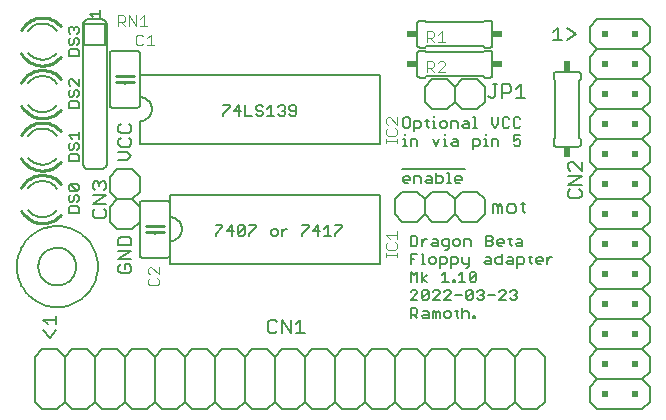
<source format=gto>
G75*
%MOIN*%
%OFA0B0*%
%FSLAX24Y24*%
%IPPOS*%
%LPD*%
%AMOC8*
5,1,8,0,0,1.08239X$1,22.5*
%
%ADD10C,0.0080*%
%ADD11C,0.0060*%
%ADD12C,0.0050*%
%ADD13R,0.0200X0.0200*%
%ADD14R,0.0340X0.0240*%
%ADD15C,0.0040*%
%ADD16C,0.0100*%
%ADD17R,0.0240X0.0340*%
D10*
X001450Y003419D02*
X001660Y003699D01*
X001660Y003880D02*
X001660Y004160D01*
X001660Y004020D02*
X001240Y004020D01*
X001380Y003880D01*
X001240Y003699D02*
X001450Y003419D01*
X003740Y005660D02*
X003810Y005590D01*
X004090Y005590D01*
X004160Y005660D01*
X004160Y005800D01*
X004090Y005870D01*
X003950Y005870D01*
X003950Y005730D01*
X003810Y005870D02*
X003740Y005800D01*
X003740Y005660D01*
X003740Y006050D02*
X004160Y006331D01*
X003740Y006331D01*
X003740Y006050D02*
X004160Y006050D01*
X004160Y006511D02*
X003740Y006511D01*
X003740Y006721D01*
X003810Y006791D01*
X004090Y006791D01*
X004160Y006721D01*
X004160Y006511D01*
X001070Y005800D02*
X001072Y005850D01*
X001078Y005900D01*
X001088Y005949D01*
X001102Y005997D01*
X001119Y006044D01*
X001140Y006089D01*
X001165Y006133D01*
X001193Y006174D01*
X001225Y006213D01*
X001259Y006250D01*
X001296Y006284D01*
X001336Y006314D01*
X001378Y006341D01*
X001422Y006365D01*
X001468Y006386D01*
X001515Y006402D01*
X001563Y006415D01*
X001613Y006424D01*
X001662Y006429D01*
X001713Y006430D01*
X001763Y006427D01*
X001812Y006420D01*
X001861Y006409D01*
X001909Y006394D01*
X001955Y006376D01*
X002000Y006354D01*
X002043Y006328D01*
X002084Y006299D01*
X002123Y006267D01*
X002159Y006232D01*
X002191Y006194D01*
X002221Y006154D01*
X002248Y006111D01*
X002271Y006067D01*
X002290Y006021D01*
X002306Y005973D01*
X002318Y005924D01*
X002326Y005875D01*
X002330Y005825D01*
X002330Y005775D01*
X002326Y005725D01*
X002318Y005676D01*
X002306Y005627D01*
X002290Y005579D01*
X002271Y005533D01*
X002248Y005489D01*
X002221Y005446D01*
X002191Y005406D01*
X002159Y005368D01*
X002123Y005333D01*
X002084Y005301D01*
X002043Y005272D01*
X002000Y005246D01*
X001955Y005224D01*
X001909Y005206D01*
X001861Y005191D01*
X001812Y005180D01*
X001763Y005173D01*
X001713Y005170D01*
X001662Y005171D01*
X001613Y005176D01*
X001563Y005185D01*
X001515Y005198D01*
X001468Y005214D01*
X001422Y005235D01*
X001378Y005259D01*
X001336Y005286D01*
X001296Y005316D01*
X001259Y005350D01*
X001225Y005387D01*
X001193Y005426D01*
X001165Y005467D01*
X001140Y005511D01*
X001119Y005556D01*
X001102Y005603D01*
X001088Y005651D01*
X001078Y005700D01*
X001072Y005750D01*
X001070Y005800D01*
X003740Y009340D02*
X004020Y009340D01*
X004160Y009480D01*
X004020Y009620D01*
X003740Y009620D01*
X003810Y009800D02*
X004090Y009800D01*
X004160Y009870D01*
X004160Y010011D01*
X004090Y010081D01*
X004090Y010261D02*
X003810Y010261D01*
X003740Y010331D01*
X003740Y010471D01*
X003810Y010541D01*
X004090Y010541D02*
X004160Y010471D01*
X004160Y010331D01*
X004090Y010261D01*
X003810Y010081D02*
X003740Y010011D01*
X003740Y009870D01*
X003810Y009800D01*
X016240Y007870D02*
X016240Y007590D01*
X016380Y007590D02*
X016380Y007800D01*
X016450Y007870D01*
X016520Y007800D01*
X016520Y007590D01*
X016700Y007660D02*
X016700Y007800D01*
X016770Y007870D01*
X016911Y007870D01*
X016981Y007800D01*
X016981Y007660D01*
X016911Y007590D01*
X016770Y007590D01*
X016700Y007660D01*
X016380Y007800D02*
X016310Y007870D01*
X016240Y007870D01*
X017161Y007870D02*
X017301Y007870D01*
X017231Y007940D02*
X017231Y007660D01*
X017301Y007590D01*
X018240Y013340D02*
X018520Y013340D01*
X018380Y013340D02*
X018380Y013760D01*
X018240Y013620D01*
X018700Y013760D02*
X018981Y013550D01*
X018700Y013340D01*
D11*
X001700Y001050D02*
X001200Y001050D01*
X000950Y001300D01*
X000950Y002800D01*
X001200Y003050D01*
X001700Y003050D01*
X001950Y002800D01*
X001950Y001300D01*
X002200Y001050D01*
X002700Y001050D01*
X002950Y001300D01*
X002950Y002800D01*
X003200Y003050D01*
X003700Y003050D01*
X003950Y002800D01*
X003950Y001300D01*
X004200Y001050D01*
X004700Y001050D01*
X004950Y001300D01*
X004950Y002800D01*
X005200Y003050D01*
X005700Y003050D01*
X005950Y002800D01*
X005950Y001300D01*
X006200Y001050D01*
X006700Y001050D01*
X006950Y001300D01*
X006950Y002800D01*
X007200Y003050D01*
X007700Y003050D01*
X007950Y002800D01*
X007950Y001300D01*
X007700Y001050D01*
X007200Y001050D01*
X006950Y001300D01*
X005950Y001300D02*
X005700Y001050D01*
X005200Y001050D01*
X004950Y001300D01*
X003950Y001300D02*
X003700Y001050D01*
X003200Y001050D01*
X002950Y001300D01*
X001950Y001300D02*
X001700Y001050D01*
X001950Y002800D02*
X002200Y003050D01*
X002700Y003050D01*
X002950Y002800D01*
X003950Y002800D02*
X004200Y003050D01*
X004700Y003050D01*
X004950Y002800D01*
X005950Y002800D02*
X006200Y003050D01*
X006700Y003050D01*
X006950Y002800D01*
X007950Y002800D02*
X008200Y003050D01*
X008700Y003050D01*
X008950Y002800D01*
X008950Y001300D01*
X008700Y001050D01*
X008200Y001050D01*
X007950Y001300D01*
X008950Y001300D02*
X009200Y001050D01*
X009700Y001050D01*
X009950Y001300D01*
X009950Y002800D01*
X010200Y003050D01*
X010700Y003050D01*
X010950Y002800D01*
X010950Y001300D01*
X010700Y001050D01*
X010200Y001050D01*
X009950Y001300D01*
X010950Y001300D02*
X011200Y001050D01*
X011700Y001050D01*
X011950Y001300D01*
X011950Y002800D01*
X012200Y003050D01*
X012700Y003050D01*
X012950Y002800D01*
X012950Y001300D01*
X012700Y001050D01*
X012200Y001050D01*
X011950Y001300D01*
X012950Y001300D02*
X013200Y001050D01*
X013700Y001050D01*
X013950Y001300D01*
X013950Y002800D01*
X014200Y003050D01*
X014700Y003050D01*
X014950Y002800D01*
X014950Y001300D01*
X014700Y001050D01*
X014200Y001050D01*
X013950Y001300D01*
X014950Y001300D02*
X015200Y001050D01*
X015700Y001050D01*
X015950Y001300D01*
X015950Y002800D01*
X016200Y003050D01*
X016700Y003050D01*
X016950Y002800D01*
X016950Y001300D01*
X016700Y001050D01*
X016200Y001050D01*
X015950Y001300D01*
X016950Y001300D02*
X017200Y001050D01*
X017700Y001050D01*
X017950Y001300D01*
X017950Y002800D01*
X017700Y003050D01*
X017200Y003050D01*
X016950Y002800D01*
X015950Y002800D02*
X015700Y003050D01*
X015200Y003050D01*
X014950Y002800D01*
X013950Y002800D02*
X013700Y003050D01*
X013200Y003050D01*
X012950Y002800D01*
X011950Y002800D02*
X011700Y003050D01*
X011200Y003050D01*
X010950Y002800D01*
X009950Y002800D02*
X009700Y003050D01*
X009200Y003050D01*
X008950Y002800D01*
X013480Y004080D02*
X013480Y004420D01*
X013650Y004420D01*
X013707Y004364D01*
X013707Y004250D01*
X013650Y004193D01*
X013480Y004193D01*
X013593Y004193D02*
X013707Y004080D01*
X013848Y004137D02*
X013905Y004193D01*
X014075Y004193D01*
X014075Y004250D02*
X014075Y004080D01*
X013905Y004080D01*
X013848Y004137D01*
X013905Y004307D02*
X014018Y004307D01*
X014075Y004250D01*
X014217Y004307D02*
X014217Y004080D01*
X014330Y004080D02*
X014330Y004250D01*
X014387Y004307D01*
X014443Y004250D01*
X014443Y004080D01*
X014585Y004137D02*
X014642Y004080D01*
X014755Y004080D01*
X014812Y004137D01*
X014812Y004250D01*
X014755Y004307D01*
X014642Y004307D01*
X014585Y004250D01*
X014585Y004137D01*
X014330Y004250D02*
X014273Y004307D01*
X014217Y004307D01*
X014217Y004680D02*
X014443Y004907D01*
X014443Y004964D01*
X014387Y005020D01*
X014273Y005020D01*
X014217Y004964D01*
X014075Y004964D02*
X014075Y004737D01*
X014018Y004680D01*
X013905Y004680D01*
X013848Y004737D01*
X014075Y004964D01*
X014018Y005020D01*
X013905Y005020D01*
X013848Y004964D01*
X013848Y004737D01*
X013707Y004680D02*
X013480Y004680D01*
X013707Y004907D01*
X013707Y004964D01*
X013650Y005020D01*
X013537Y005020D01*
X013480Y004964D01*
X013480Y005280D02*
X013480Y005620D01*
X013593Y005507D01*
X013707Y005620D01*
X013707Y005280D01*
X013848Y005280D02*
X013848Y005620D01*
X014018Y005507D02*
X013848Y005393D01*
X014018Y005280D01*
X014524Y005280D02*
X014750Y005280D01*
X014637Y005280D02*
X014637Y005620D01*
X014524Y005507D01*
X014462Y005767D02*
X014462Y006107D01*
X014632Y006107D01*
X014689Y006050D01*
X014689Y005937D01*
X014632Y005880D01*
X014462Y005880D01*
X014321Y005937D02*
X014321Y006050D01*
X014264Y006107D01*
X014151Y006107D01*
X014094Y006050D01*
X014094Y005937D01*
X014151Y005880D01*
X014264Y005880D01*
X014321Y005937D01*
X013962Y005880D02*
X013848Y005880D01*
X013905Y005880D02*
X013905Y006220D01*
X013848Y006220D01*
X013707Y006220D02*
X013480Y006220D01*
X013480Y005880D01*
X013480Y006050D02*
X013593Y006050D01*
X013650Y006480D02*
X013480Y006480D01*
X013480Y006820D01*
X013650Y006820D01*
X013707Y006764D01*
X013707Y006537D01*
X013650Y006480D01*
X013848Y006480D02*
X013848Y006707D01*
X013848Y006593D02*
X013962Y006707D01*
X014018Y006707D01*
X014212Y006707D02*
X014325Y006707D01*
X014382Y006650D01*
X014382Y006480D01*
X014212Y006480D01*
X014155Y006537D01*
X014212Y006593D01*
X014382Y006593D01*
X014524Y006537D02*
X014580Y006480D01*
X014750Y006480D01*
X014750Y006423D02*
X014750Y006707D01*
X014580Y006707D01*
X014524Y006650D01*
X014524Y006537D01*
X014637Y006367D02*
X014694Y006367D01*
X014750Y006423D01*
X014892Y006537D02*
X014949Y006480D01*
X015062Y006480D01*
X015119Y006537D01*
X015119Y006650D01*
X015062Y006707D01*
X014949Y006707D01*
X014892Y006650D01*
X014892Y006537D01*
X015260Y006480D02*
X015260Y006707D01*
X015430Y006707D01*
X015487Y006650D01*
X015487Y006480D01*
X015426Y006107D02*
X015426Y005823D01*
X015369Y005767D01*
X015312Y005767D01*
X015256Y005880D02*
X015426Y005880D01*
X015256Y005880D02*
X015199Y005937D01*
X015199Y006107D01*
X015057Y006050D02*
X015057Y005937D01*
X015001Y005880D01*
X014830Y005880D01*
X014830Y005767D02*
X014830Y006107D01*
X015001Y006107D01*
X015057Y006050D01*
X015189Y005620D02*
X015189Y005280D01*
X015076Y005280D02*
X015303Y005280D01*
X015444Y005337D02*
X015671Y005564D01*
X015671Y005337D01*
X015614Y005280D01*
X015501Y005280D01*
X015444Y005337D01*
X015444Y005564D01*
X015501Y005620D01*
X015614Y005620D01*
X015671Y005564D01*
X015992Y005880D02*
X015935Y005937D01*
X015992Y005993D01*
X016162Y005993D01*
X016162Y006050D02*
X016106Y006107D01*
X015992Y006107D01*
X016162Y006050D02*
X016162Y005880D01*
X015992Y005880D01*
X016304Y005937D02*
X016304Y006050D01*
X016360Y006107D01*
X016531Y006107D01*
X016531Y006220D02*
X016531Y005880D01*
X016360Y005880D01*
X016304Y005937D01*
X016672Y005937D02*
X016729Y005880D01*
X016899Y005880D01*
X016899Y006050D01*
X016842Y006107D01*
X016729Y006107D01*
X016729Y005993D02*
X016899Y005993D01*
X016729Y005993D02*
X016672Y005937D01*
X017040Y005880D02*
X017211Y005880D01*
X017267Y005937D01*
X017267Y006050D01*
X017211Y006107D01*
X017040Y006107D01*
X017040Y005767D01*
X017465Y005937D02*
X017465Y006164D01*
X017409Y006107D02*
X017522Y006107D01*
X017654Y006050D02*
X017654Y005937D01*
X017711Y005880D01*
X017824Y005880D01*
X017881Y005993D02*
X017654Y005993D01*
X017654Y006050D02*
X017711Y006107D01*
X017824Y006107D01*
X017881Y006050D01*
X017881Y005993D01*
X018023Y005993D02*
X018136Y006107D01*
X018193Y006107D01*
X018023Y006107D02*
X018023Y005880D01*
X017522Y005880D02*
X017465Y005937D01*
X017206Y006480D02*
X017036Y006480D01*
X016979Y006537D01*
X017036Y006593D01*
X017206Y006593D01*
X017206Y006650D02*
X017206Y006480D01*
X016847Y006480D02*
X016790Y006537D01*
X016790Y006764D01*
X016733Y006707D02*
X016847Y006707D01*
X017036Y006707D02*
X017149Y006707D01*
X017206Y006650D01*
X016592Y006650D02*
X016592Y006593D01*
X016365Y006593D01*
X016365Y006537D02*
X016365Y006650D01*
X016422Y006707D01*
X016535Y006707D01*
X016592Y006650D01*
X016422Y006480D02*
X016365Y006537D01*
X016422Y006480D02*
X016535Y006480D01*
X016224Y006537D02*
X016167Y006480D01*
X015997Y006480D01*
X015997Y006820D01*
X016167Y006820D01*
X016224Y006764D01*
X016224Y006707D01*
X016167Y006650D01*
X015997Y006650D01*
X016167Y006650D02*
X016224Y006593D01*
X016224Y006537D01*
X015700Y007300D02*
X015200Y007300D01*
X014950Y007550D01*
X014700Y007300D01*
X014200Y007300D01*
X013950Y007550D01*
X013700Y007300D01*
X013200Y007300D01*
X012950Y007550D01*
X012950Y008050D01*
X013200Y008300D01*
X013700Y008300D01*
X013950Y008050D01*
X014200Y008300D01*
X014700Y008300D01*
X014950Y008050D01*
X015200Y008300D01*
X015700Y008300D01*
X015950Y008050D01*
X015950Y007550D01*
X015700Y007300D01*
X014950Y007550D02*
X014950Y008050D01*
X015006Y008580D02*
X014949Y008637D01*
X014949Y008750D01*
X015006Y008807D01*
X015119Y008807D01*
X015176Y008750D01*
X015176Y008693D01*
X014949Y008693D01*
X015006Y008580D02*
X015119Y008580D01*
X014817Y008580D02*
X014703Y008580D01*
X014760Y008580D02*
X014760Y008920D01*
X014703Y008920D01*
X014562Y008750D02*
X014505Y008807D01*
X014335Y008807D01*
X014335Y008920D02*
X014335Y008580D01*
X014505Y008580D01*
X014562Y008637D01*
X014562Y008750D01*
X014193Y008750D02*
X014193Y008580D01*
X014023Y008580D01*
X013967Y008637D01*
X014023Y008693D01*
X014193Y008693D01*
X014193Y008750D02*
X014137Y008807D01*
X014023Y008807D01*
X013825Y008750D02*
X013825Y008580D01*
X013825Y008750D02*
X013768Y008807D01*
X013598Y008807D01*
X013598Y008580D01*
X013457Y008693D02*
X013457Y008750D01*
X013400Y008807D01*
X013287Y008807D01*
X013230Y008750D01*
X013230Y008637D01*
X013287Y008580D01*
X013400Y008580D01*
X013457Y008693D02*
X013230Y008693D01*
X013200Y009040D02*
X015287Y009040D01*
X015563Y009717D02*
X015563Y010057D01*
X015733Y010057D01*
X015790Y010000D01*
X015790Y009887D01*
X015733Y009830D01*
X015563Y009830D01*
X015931Y009830D02*
X016044Y009830D01*
X015988Y009830D02*
X015988Y010057D01*
X015931Y010057D01*
X015988Y010170D02*
X015988Y010227D01*
X016177Y010057D02*
X016347Y010057D01*
X016403Y010000D01*
X016403Y009830D01*
X016177Y009830D02*
X016177Y010057D01*
X016290Y010430D02*
X016403Y010543D01*
X016403Y010770D01*
X016545Y010714D02*
X016545Y010487D01*
X016602Y010430D01*
X016715Y010430D01*
X016772Y010487D01*
X016913Y010487D02*
X016970Y010430D01*
X017083Y010430D01*
X017140Y010487D01*
X017140Y010714D02*
X017083Y010770D01*
X016970Y010770D01*
X016913Y010714D01*
X016913Y010487D01*
X016772Y010714D02*
X016715Y010770D01*
X016602Y010770D01*
X016545Y010714D01*
X016177Y010770D02*
X016177Y010543D01*
X016290Y010430D01*
X015676Y010430D02*
X015563Y010430D01*
X015619Y010430D02*
X015619Y010770D01*
X015563Y010770D01*
X015421Y010600D02*
X015364Y010657D01*
X015251Y010657D01*
X015251Y010543D02*
X015421Y010543D01*
X015421Y010600D02*
X015421Y010430D01*
X015251Y010430D01*
X015194Y010487D01*
X015251Y010543D01*
X015053Y010600D02*
X015053Y010430D01*
X015053Y010600D02*
X014996Y010657D01*
X014826Y010657D01*
X014826Y010430D01*
X014685Y010487D02*
X014685Y010600D01*
X014628Y010657D01*
X014514Y010657D01*
X014458Y010600D01*
X014458Y010487D01*
X014514Y010430D01*
X014628Y010430D01*
X014685Y010487D01*
X014637Y010227D02*
X014637Y010170D01*
X014637Y010057D02*
X014637Y009830D01*
X014580Y009830D02*
X014694Y009830D01*
X014826Y009887D02*
X014883Y009943D01*
X015053Y009943D01*
X015053Y010000D02*
X015053Y009830D01*
X014883Y009830D01*
X014826Y009887D01*
X014883Y010057D02*
X014996Y010057D01*
X015053Y010000D01*
X014637Y010057D02*
X014580Y010057D01*
X014439Y010057D02*
X014326Y009830D01*
X014212Y010057D01*
X014212Y010430D02*
X014326Y010430D01*
X014269Y010430D02*
X014269Y010657D01*
X014212Y010657D01*
X014269Y010770D02*
X014269Y010827D01*
X014200Y011050D02*
X014700Y011050D01*
X014950Y011300D01*
X015200Y011050D01*
X015700Y011050D01*
X015950Y011300D01*
X015950Y011800D01*
X015700Y012050D01*
X015200Y012050D01*
X014950Y011800D01*
X014950Y011300D01*
X014200Y011050D02*
X013950Y011300D01*
X013950Y011800D01*
X014200Y012050D01*
X014700Y012050D01*
X014950Y011800D01*
X014000Y012150D02*
X015900Y012150D01*
X015950Y012100D01*
X016100Y012100D01*
X016117Y012102D01*
X016134Y012106D01*
X016150Y012113D01*
X016164Y012123D01*
X016177Y012136D01*
X016187Y012150D01*
X016194Y012166D01*
X016198Y012183D01*
X016200Y012200D01*
X016200Y012900D01*
X016198Y012917D01*
X016194Y012934D01*
X016187Y012950D01*
X016177Y012964D01*
X016164Y012977D01*
X016150Y012987D01*
X016134Y012994D01*
X016117Y012998D01*
X016100Y013000D01*
X015950Y013000D01*
X015900Y012950D01*
X014000Y012950D01*
X013950Y013000D01*
X013800Y013000D01*
X013800Y013100D02*
X013950Y013100D01*
X014000Y013150D01*
X015900Y013150D01*
X015950Y013100D01*
X016100Y013100D01*
X016117Y013102D01*
X016134Y013106D01*
X016150Y013113D01*
X016164Y013123D01*
X016177Y013136D01*
X016187Y013150D01*
X016194Y013166D01*
X016198Y013183D01*
X016200Y013200D01*
X016200Y013900D01*
X016198Y013917D01*
X016194Y013934D01*
X016187Y013950D01*
X016177Y013964D01*
X016164Y013977D01*
X016150Y013987D01*
X016134Y013994D01*
X016117Y013998D01*
X016100Y014000D01*
X015950Y014000D01*
X015900Y013950D01*
X014000Y013950D01*
X013950Y014000D01*
X013800Y014000D01*
X013783Y013998D01*
X013766Y013994D01*
X013750Y013987D01*
X013736Y013977D01*
X013723Y013964D01*
X013713Y013950D01*
X013706Y013934D01*
X013702Y013917D01*
X013700Y013900D01*
X013700Y013200D01*
X013702Y013183D01*
X013706Y013166D01*
X013713Y013150D01*
X013723Y013136D01*
X013736Y013123D01*
X013750Y013113D01*
X013766Y013106D01*
X013783Y013102D01*
X013800Y013100D01*
X013800Y013000D02*
X013783Y012998D01*
X013766Y012994D01*
X013750Y012987D01*
X013736Y012977D01*
X013723Y012964D01*
X013713Y012950D01*
X013706Y012934D01*
X013702Y012917D01*
X013700Y012900D01*
X013700Y012200D01*
X013702Y012183D01*
X013706Y012166D01*
X013713Y012150D01*
X013723Y012136D01*
X013736Y012123D01*
X013750Y012113D01*
X013766Y012106D01*
X013783Y012102D01*
X013800Y012100D01*
X013950Y012100D01*
X014000Y012150D01*
X012450Y012200D02*
X012450Y009900D01*
X004450Y009900D01*
X004450Y010650D01*
X004489Y010652D01*
X004528Y010658D01*
X004566Y010667D01*
X004603Y010680D01*
X004639Y010697D01*
X004672Y010717D01*
X004704Y010741D01*
X004733Y010767D01*
X004759Y010796D01*
X004783Y010828D01*
X004803Y010861D01*
X004820Y010897D01*
X004833Y010934D01*
X004842Y010972D01*
X004848Y011011D01*
X004850Y011050D01*
X004848Y011089D01*
X004842Y011128D01*
X004833Y011166D01*
X004820Y011203D01*
X004803Y011239D01*
X004783Y011272D01*
X004759Y011304D01*
X004733Y011333D01*
X004704Y011359D01*
X004672Y011383D01*
X004639Y011403D01*
X004603Y011420D01*
X004566Y011433D01*
X004528Y011442D01*
X004489Y011448D01*
X004450Y011450D01*
X004450Y012200D01*
X012450Y012200D01*
X013287Y010770D02*
X013230Y010714D01*
X013230Y010487D01*
X013287Y010430D01*
X013400Y010430D01*
X013457Y010487D01*
X013457Y010714D01*
X013400Y010770D01*
X013287Y010770D01*
X013598Y010657D02*
X013768Y010657D01*
X013825Y010600D01*
X013825Y010487D01*
X013768Y010430D01*
X013598Y010430D01*
X013598Y010317D02*
X013598Y010657D01*
X013967Y010657D02*
X014080Y010657D01*
X014023Y010714D02*
X014023Y010487D01*
X014080Y010430D01*
X013646Y010057D02*
X013702Y010000D01*
X013702Y009830D01*
X013476Y009830D02*
X013476Y010057D01*
X013646Y010057D01*
X013287Y010057D02*
X013287Y009830D01*
X013343Y009830D02*
X013230Y009830D01*
X013230Y010057D02*
X013287Y010057D01*
X013287Y010170D02*
X013287Y010227D01*
X012450Y008200D02*
X012450Y005900D01*
X005450Y005900D01*
X005450Y006650D01*
X005489Y006652D01*
X005528Y006658D01*
X005566Y006667D01*
X005603Y006680D01*
X005639Y006697D01*
X005672Y006717D01*
X005704Y006741D01*
X005733Y006767D01*
X005759Y006796D01*
X005783Y006828D01*
X005803Y006861D01*
X005820Y006897D01*
X005833Y006934D01*
X005842Y006972D01*
X005848Y007011D01*
X005850Y007050D01*
X005848Y007089D01*
X005842Y007128D01*
X005833Y007166D01*
X005820Y007203D01*
X005803Y007239D01*
X005783Y007272D01*
X005759Y007304D01*
X005733Y007333D01*
X005704Y007359D01*
X005672Y007383D01*
X005639Y007403D01*
X005603Y007420D01*
X005566Y007433D01*
X005528Y007442D01*
X005489Y007448D01*
X005450Y007450D01*
X005450Y008200D01*
X012450Y008200D01*
X013950Y008050D02*
X013950Y007550D01*
X015189Y005620D02*
X015076Y005507D01*
X014949Y005337D02*
X014949Y005280D01*
X014892Y005280D01*
X014892Y005337D01*
X014949Y005337D01*
X014755Y005020D02*
X014642Y005020D01*
X014585Y004964D01*
X014755Y005020D02*
X014812Y004964D01*
X014812Y004907D01*
X014585Y004680D01*
X014812Y004680D01*
X014953Y004850D02*
X015180Y004850D01*
X015322Y004737D02*
X015378Y004680D01*
X015492Y004680D01*
X015548Y004737D01*
X015548Y004964D01*
X015322Y004737D01*
X015322Y004964D01*
X015378Y005020D01*
X015492Y005020D01*
X015548Y004964D01*
X015690Y004964D02*
X015747Y005020D01*
X015860Y005020D01*
X015917Y004964D01*
X015917Y004907D01*
X015860Y004850D01*
X015917Y004793D01*
X015917Y004737D01*
X015860Y004680D01*
X015747Y004680D01*
X015690Y004737D01*
X015803Y004850D02*
X015860Y004850D01*
X016058Y004850D02*
X016285Y004850D01*
X016427Y004964D02*
X016483Y005020D01*
X016597Y005020D01*
X016653Y004964D01*
X016653Y004907D01*
X016427Y004680D01*
X016653Y004680D01*
X016795Y004737D02*
X016852Y004680D01*
X016965Y004680D01*
X017022Y004737D01*
X017022Y004793D01*
X016965Y004850D01*
X016908Y004850D01*
X016965Y004850D02*
X017022Y004907D01*
X017022Y004964D01*
X016965Y005020D01*
X016852Y005020D01*
X016795Y004964D01*
X015624Y004137D02*
X015624Y004080D01*
X015567Y004080D01*
X015567Y004137D01*
X015624Y004137D01*
X015426Y004080D02*
X015426Y004250D01*
X015369Y004307D01*
X015256Y004307D01*
X015199Y004250D01*
X015067Y004307D02*
X014953Y004307D01*
X015010Y004364D02*
X015010Y004137D01*
X015067Y004080D01*
X015199Y004080D02*
X015199Y004420D01*
X014443Y004680D02*
X014217Y004680D01*
X011197Y007114D02*
X010970Y006887D01*
X010970Y006830D01*
X010829Y006830D02*
X010602Y006830D01*
X010715Y006830D02*
X010715Y007170D01*
X010602Y007057D01*
X010460Y007000D02*
X010233Y007000D01*
X010404Y007170D01*
X010404Y006830D01*
X010092Y007114D02*
X009865Y006887D01*
X009865Y006830D01*
X009865Y007170D02*
X010092Y007170D01*
X010092Y007114D01*
X009360Y007057D02*
X009303Y007057D01*
X009190Y006943D01*
X009190Y006830D02*
X009190Y007057D01*
X009048Y007000D02*
X009048Y006887D01*
X008992Y006830D01*
X008878Y006830D01*
X008822Y006887D01*
X008822Y007000D01*
X008878Y007057D01*
X008992Y007057D01*
X009048Y007000D01*
X008312Y007114D02*
X008085Y006887D01*
X008085Y006830D01*
X007943Y006887D02*
X007887Y006830D01*
X007773Y006830D01*
X007717Y006887D01*
X007943Y007114D01*
X007943Y006887D01*
X007717Y006887D02*
X007717Y007114D01*
X007773Y007170D01*
X007887Y007170D01*
X007943Y007114D01*
X008085Y007170D02*
X008312Y007170D01*
X008312Y007114D01*
X007575Y007000D02*
X007348Y007000D01*
X007518Y007170D01*
X007518Y006830D01*
X007207Y007114D02*
X006980Y006887D01*
X006980Y006830D01*
X006980Y007170D02*
X007207Y007170D01*
X007207Y007114D01*
X005450Y007900D02*
X005450Y006200D01*
X005448Y006183D01*
X005444Y006166D01*
X005437Y006150D01*
X005427Y006136D01*
X005414Y006123D01*
X005400Y006113D01*
X005384Y006106D01*
X005367Y006102D01*
X005350Y006100D01*
X004550Y006100D01*
X004533Y006102D01*
X004516Y006106D01*
X004500Y006113D01*
X004486Y006123D01*
X004473Y006136D01*
X004463Y006150D01*
X004456Y006166D01*
X004452Y006183D01*
X004450Y006200D01*
X004450Y007900D01*
X004452Y007917D01*
X004456Y007934D01*
X004463Y007950D01*
X004473Y007964D01*
X004486Y007977D01*
X004500Y007987D01*
X004516Y007994D01*
X004533Y007998D01*
X004550Y008000D01*
X005350Y008000D01*
X005367Y007998D01*
X005384Y007994D01*
X005400Y007987D01*
X005414Y007977D01*
X005427Y007964D01*
X005437Y007950D01*
X005444Y007934D01*
X005448Y007917D01*
X005450Y007900D01*
X004950Y007200D02*
X004950Y007150D01*
X004950Y006950D02*
X004950Y006900D01*
X004450Y007300D02*
X004200Y007050D01*
X003700Y007050D01*
X003450Y007300D01*
X003450Y007800D01*
X003700Y008050D01*
X003450Y008300D01*
X003450Y008800D01*
X003700Y009050D01*
X004200Y009050D01*
X004450Y008800D01*
X004450Y008300D01*
X004200Y008050D01*
X004450Y007800D01*
X004450Y007300D01*
X004200Y008050D02*
X003700Y008050D01*
X002420Y008005D02*
X002363Y007948D01*
X002420Y008005D02*
X002420Y008118D01*
X002363Y008175D01*
X002307Y008175D01*
X002250Y008118D01*
X002250Y008005D01*
X002193Y007948D01*
X002136Y007948D01*
X002080Y008005D01*
X002080Y008118D01*
X002136Y008175D01*
X002136Y008317D02*
X002080Y008373D01*
X002080Y008487D01*
X002136Y008543D01*
X002363Y008317D01*
X002420Y008373D01*
X002420Y008487D01*
X002363Y008543D01*
X002136Y008543D01*
X002136Y008317D02*
X002363Y008317D01*
X002363Y007807D02*
X002136Y007807D01*
X002080Y007750D01*
X002080Y007580D01*
X002420Y007580D01*
X002420Y007750D01*
X002363Y007807D01*
X001200Y007450D02*
X001155Y007452D01*
X001109Y007457D01*
X001065Y007465D01*
X001021Y007477D01*
X000978Y007493D01*
X000936Y007511D01*
X000896Y007533D01*
X000858Y007557D01*
X000822Y007584D01*
X000787Y007614D01*
X000756Y007647D01*
X000726Y007682D01*
X001200Y008650D02*
X001247Y008648D01*
X001295Y008642D01*
X001341Y008633D01*
X001387Y008620D01*
X001431Y008604D01*
X001475Y008583D01*
X001516Y008560D01*
X001555Y008534D01*
X001592Y008504D01*
X001627Y008471D01*
X001659Y008436D01*
X001688Y008399D01*
X001200Y008650D02*
X001154Y008648D01*
X001108Y008643D01*
X001062Y008634D01*
X001017Y008622D01*
X000974Y008606D01*
X000932Y008587D01*
X000891Y008564D01*
X000852Y008539D01*
X000816Y008511D01*
X000781Y008480D01*
X000749Y008446D01*
X000720Y008410D01*
X001200Y007450D02*
X001245Y007452D01*
X001291Y007457D01*
X001335Y007465D01*
X001379Y007477D01*
X001422Y007493D01*
X001464Y007511D01*
X001504Y007533D01*
X001542Y007557D01*
X001578Y007584D01*
X001613Y007614D01*
X001644Y007647D01*
X001674Y007682D01*
X002750Y009050D02*
X003150Y009050D01*
X003176Y009052D01*
X003202Y009057D01*
X003227Y009065D01*
X003250Y009077D01*
X003272Y009091D01*
X003291Y009109D01*
X003309Y009128D01*
X003323Y009150D01*
X003335Y009173D01*
X003343Y009198D01*
X003348Y009224D01*
X003350Y009250D01*
X003350Y013850D01*
X003300Y013900D02*
X002600Y013900D01*
X002600Y013200D01*
X003300Y013200D01*
X003300Y013900D01*
X003350Y013850D02*
X003348Y013876D01*
X003343Y013902D01*
X003335Y013927D01*
X003323Y013950D01*
X003309Y013972D01*
X003291Y013991D01*
X003272Y014009D01*
X003250Y014023D01*
X003227Y014035D01*
X003202Y014043D01*
X003176Y014048D01*
X003150Y014050D01*
X002750Y014050D01*
X002724Y014048D01*
X002698Y014043D01*
X002673Y014035D01*
X002650Y014023D01*
X002628Y014009D01*
X002609Y013991D01*
X002591Y013972D01*
X002577Y013950D01*
X002565Y013927D01*
X002557Y013902D01*
X002552Y013876D01*
X002550Y013850D01*
X002550Y009250D01*
X002420Y009330D02*
X002420Y009500D01*
X002363Y009557D01*
X002136Y009557D01*
X002080Y009500D01*
X002080Y009330D01*
X002420Y009330D01*
X002550Y009250D02*
X002552Y009224D01*
X002557Y009198D01*
X002565Y009173D01*
X002577Y009150D01*
X002591Y009128D01*
X002609Y009109D01*
X002628Y009091D01*
X002650Y009077D01*
X002673Y009065D01*
X002698Y009057D01*
X002724Y009052D01*
X002750Y009050D01*
X002363Y009698D02*
X002420Y009755D01*
X002420Y009868D01*
X002363Y009925D01*
X002307Y009925D01*
X002250Y009868D01*
X002250Y009755D01*
X002193Y009698D01*
X002136Y009698D01*
X002080Y009755D01*
X002080Y009868D01*
X002136Y009925D01*
X002193Y010067D02*
X002080Y010180D01*
X002420Y010180D01*
X002420Y010067D02*
X002420Y010293D01*
X002420Y011080D02*
X002080Y011080D01*
X002080Y011250D01*
X002136Y011307D01*
X002363Y011307D01*
X002420Y011250D01*
X002420Y011080D01*
X002363Y011448D02*
X002420Y011505D01*
X002420Y011618D01*
X002363Y011675D01*
X002307Y011675D01*
X002250Y011618D01*
X002250Y011505D01*
X002193Y011448D01*
X002136Y011448D01*
X002080Y011505D01*
X002080Y011618D01*
X002136Y011675D01*
X002136Y011817D02*
X002080Y011873D01*
X002080Y011987D01*
X002136Y012043D01*
X002193Y012043D01*
X002420Y011817D01*
X002420Y012043D01*
X002420Y012830D02*
X002080Y012830D01*
X002080Y013000D01*
X002136Y013057D01*
X002363Y013057D01*
X002420Y013000D01*
X002420Y012830D01*
X002363Y013198D02*
X002420Y013255D01*
X002420Y013368D01*
X002363Y013425D01*
X002307Y013425D01*
X002250Y013368D01*
X002250Y013255D01*
X002193Y013198D01*
X002136Y013198D01*
X002080Y013255D01*
X002080Y013368D01*
X002136Y013425D01*
X002136Y013567D02*
X002080Y013623D01*
X002080Y013737D01*
X002136Y013793D01*
X002193Y013793D01*
X002250Y013737D01*
X002307Y013793D01*
X002363Y013793D01*
X002420Y013737D01*
X002420Y013623D01*
X002363Y013567D01*
X002250Y013680D02*
X002250Y013737D01*
X001200Y012700D02*
X001155Y012702D01*
X001109Y012707D01*
X001065Y012715D01*
X001021Y012727D01*
X000978Y012743D01*
X000936Y012761D01*
X000896Y012783D01*
X000858Y012807D01*
X000822Y012834D01*
X000787Y012864D01*
X000756Y012897D01*
X000726Y012932D01*
X001200Y013900D02*
X001247Y013898D01*
X001295Y013892D01*
X001341Y013883D01*
X001387Y013870D01*
X001431Y013854D01*
X001475Y013833D01*
X001516Y013810D01*
X001555Y013784D01*
X001592Y013754D01*
X001627Y013721D01*
X001659Y013686D01*
X001688Y013649D01*
X001200Y013900D02*
X001154Y013898D01*
X001108Y013893D01*
X001062Y013884D01*
X001017Y013872D01*
X000974Y013856D01*
X000932Y013837D01*
X000891Y013814D01*
X000852Y013789D01*
X000816Y013761D01*
X000781Y013730D01*
X000749Y013696D01*
X000720Y013660D01*
X001200Y012700D02*
X001245Y012702D01*
X001291Y012707D01*
X001335Y012715D01*
X001379Y012727D01*
X001422Y012743D01*
X001464Y012761D01*
X001504Y012783D01*
X001542Y012807D01*
X001578Y012834D01*
X001613Y012864D01*
X001644Y012897D01*
X001674Y012932D01*
X003450Y012900D02*
X003450Y011200D01*
X003452Y011183D01*
X003456Y011166D01*
X003463Y011150D01*
X003473Y011136D01*
X003486Y011123D01*
X003500Y011113D01*
X003516Y011106D01*
X003533Y011102D01*
X003550Y011100D01*
X004350Y011100D01*
X004367Y011102D01*
X004384Y011106D01*
X004400Y011113D01*
X004414Y011123D01*
X004427Y011136D01*
X004437Y011150D01*
X004444Y011166D01*
X004448Y011183D01*
X004450Y011200D01*
X004450Y012900D01*
X004448Y012917D01*
X004444Y012934D01*
X004437Y012950D01*
X004427Y012964D01*
X004414Y012977D01*
X004400Y012987D01*
X004384Y012994D01*
X004367Y012998D01*
X004350Y013000D01*
X003550Y013000D01*
X003533Y012998D01*
X003516Y012994D01*
X003500Y012987D01*
X003486Y012977D01*
X003473Y012964D01*
X003463Y012950D01*
X003456Y012934D01*
X003452Y012917D01*
X003450Y012900D01*
X003950Y012200D02*
X003950Y012150D01*
X003950Y011950D02*
X003950Y011900D01*
X001200Y010950D02*
X001155Y010952D01*
X001109Y010957D01*
X001065Y010965D01*
X001021Y010977D01*
X000978Y010993D01*
X000936Y011011D01*
X000896Y011033D01*
X000858Y011057D01*
X000822Y011084D01*
X000787Y011114D01*
X000756Y011147D01*
X000726Y011182D01*
X001200Y012150D02*
X001247Y012148D01*
X001295Y012142D01*
X001341Y012133D01*
X001387Y012120D01*
X001431Y012104D01*
X001475Y012083D01*
X001516Y012060D01*
X001555Y012034D01*
X001592Y012004D01*
X001627Y011971D01*
X001659Y011936D01*
X001688Y011899D01*
X001200Y012150D02*
X001154Y012148D01*
X001108Y012143D01*
X001062Y012134D01*
X001017Y012122D01*
X000974Y012106D01*
X000932Y012087D01*
X000891Y012064D01*
X000852Y012039D01*
X000816Y012011D01*
X000781Y011980D01*
X000749Y011946D01*
X000720Y011910D01*
X001200Y010950D02*
X001245Y010952D01*
X001291Y010957D01*
X001335Y010965D01*
X001379Y010977D01*
X001422Y010993D01*
X001464Y011011D01*
X001504Y011033D01*
X001542Y011057D01*
X001578Y011084D01*
X001613Y011114D01*
X001644Y011147D01*
X001674Y011182D01*
X000726Y009432D02*
X000756Y009397D01*
X000787Y009364D01*
X000822Y009334D01*
X000858Y009307D01*
X000896Y009283D01*
X000936Y009261D01*
X000978Y009243D01*
X001021Y009227D01*
X001065Y009215D01*
X001109Y009207D01*
X001155Y009202D01*
X001200Y009200D01*
X000720Y010160D02*
X000749Y010196D01*
X000781Y010230D01*
X000816Y010261D01*
X000852Y010289D01*
X000891Y010314D01*
X000932Y010337D01*
X000974Y010356D01*
X001017Y010372D01*
X001062Y010384D01*
X001108Y010393D01*
X001154Y010398D01*
X001200Y010400D01*
X001674Y009432D02*
X001644Y009397D01*
X001613Y009364D01*
X001578Y009334D01*
X001542Y009307D01*
X001504Y009283D01*
X001464Y009261D01*
X001422Y009243D01*
X001379Y009227D01*
X001335Y009215D01*
X001291Y009207D01*
X001245Y009202D01*
X001200Y009200D01*
X001688Y010149D02*
X001659Y010186D01*
X001627Y010221D01*
X001592Y010254D01*
X001555Y010284D01*
X001516Y010310D01*
X001475Y010333D01*
X001431Y010354D01*
X001387Y010370D01*
X001341Y010383D01*
X001295Y010392D01*
X001247Y010398D01*
X001200Y010400D01*
X007230Y010830D02*
X007230Y010887D01*
X007457Y011114D01*
X007457Y011170D01*
X007230Y011170D01*
X007598Y011000D02*
X007825Y011000D01*
X007768Y010830D02*
X007768Y011170D01*
X007598Y011000D01*
X007967Y010830D02*
X008193Y010830D01*
X008335Y010887D02*
X008392Y010830D01*
X008505Y010830D01*
X008562Y010887D01*
X008562Y010943D01*
X008505Y011000D01*
X008392Y011000D01*
X008335Y011057D01*
X008335Y011114D01*
X008392Y011170D01*
X008505Y011170D01*
X008562Y011114D01*
X008703Y011057D02*
X008817Y011170D01*
X008817Y010830D01*
X008930Y010830D02*
X008703Y010830D01*
X009072Y010887D02*
X009128Y010830D01*
X009242Y010830D01*
X009298Y010887D01*
X009298Y010943D01*
X009242Y011000D01*
X009185Y011000D01*
X009242Y011000D02*
X009298Y011057D01*
X009298Y011114D01*
X009242Y011170D01*
X009128Y011170D01*
X009072Y011114D01*
X009440Y011114D02*
X009440Y011057D01*
X009497Y011000D01*
X009667Y011000D01*
X009667Y010887D02*
X009667Y011114D01*
X009610Y011170D01*
X009497Y011170D01*
X009440Y011114D01*
X009440Y010887D02*
X009497Y010830D01*
X009610Y010830D01*
X009667Y010887D01*
X007967Y010830D02*
X007967Y011170D01*
X010970Y007170D02*
X011197Y007170D01*
X011197Y007114D01*
X016913Y009887D02*
X016970Y009830D01*
X017083Y009830D01*
X017140Y009887D01*
X017140Y010000D01*
X017083Y010057D01*
X017027Y010057D01*
X016913Y010000D01*
X016913Y010170D01*
X017140Y010170D01*
X018250Y010050D02*
X018250Y009900D01*
X018252Y009883D01*
X018256Y009866D01*
X018263Y009850D01*
X018273Y009836D01*
X018286Y009823D01*
X018300Y009813D01*
X018316Y009806D01*
X018333Y009802D01*
X018350Y009800D01*
X019050Y009800D01*
X019067Y009802D01*
X019084Y009806D01*
X019100Y009813D01*
X019114Y009823D01*
X019127Y009836D01*
X019137Y009850D01*
X019144Y009866D01*
X019148Y009883D01*
X019150Y009900D01*
X019150Y010050D01*
X019100Y010100D01*
X019100Y012000D01*
X019150Y012050D01*
X019150Y012200D01*
X019148Y012217D01*
X019144Y012234D01*
X019137Y012250D01*
X019127Y012264D01*
X019114Y012277D01*
X019100Y012287D01*
X019084Y012294D01*
X019067Y012298D01*
X019050Y012300D01*
X018350Y012300D01*
X018333Y012298D01*
X018316Y012294D01*
X018300Y012287D01*
X018286Y012277D01*
X018273Y012264D01*
X018263Y012250D01*
X018256Y012234D01*
X018252Y012217D01*
X018250Y012200D01*
X018250Y012050D01*
X018300Y012000D01*
X018300Y010100D01*
X018250Y010050D01*
X019450Y009800D02*
X019450Y009300D01*
X019700Y009050D01*
X021200Y009050D01*
X021450Y008800D01*
X021450Y008300D01*
X021200Y008050D01*
X019700Y008050D01*
X019450Y007800D01*
X019450Y007300D01*
X019700Y007050D01*
X021200Y007050D01*
X021450Y006800D01*
X021450Y006300D01*
X021200Y006050D01*
X019700Y006050D01*
X019450Y006300D01*
X019450Y006800D01*
X019700Y007050D01*
X019700Y006050D02*
X019450Y005800D01*
X019450Y005300D01*
X019700Y005050D01*
X021200Y005050D01*
X021450Y004800D01*
X021450Y004300D01*
X021200Y004050D01*
X019700Y004050D01*
X019450Y004300D01*
X019450Y004800D01*
X019700Y005050D01*
X019700Y004050D02*
X019450Y003800D01*
X019450Y003300D01*
X019700Y003050D01*
X021200Y003050D01*
X021450Y002800D01*
X021450Y002300D01*
X021200Y002050D01*
X021450Y001800D01*
X021450Y001300D01*
X021200Y001050D01*
X019700Y001050D01*
X019450Y001300D01*
X019450Y001800D01*
X019700Y002050D01*
X021200Y002050D01*
X021200Y003050D02*
X021450Y003300D01*
X021450Y003800D01*
X021200Y004050D01*
X021200Y005050D02*
X021450Y005300D01*
X021450Y005800D01*
X021200Y006050D01*
X021200Y007050D02*
X021450Y007300D01*
X021450Y007800D01*
X021200Y008050D01*
X021200Y009050D02*
X021450Y009300D01*
X021450Y009800D01*
X021200Y010050D01*
X019700Y010050D01*
X019450Y009800D01*
X019700Y010050D02*
X019450Y010300D01*
X019450Y010800D01*
X019700Y011050D01*
X021200Y011050D01*
X021450Y010800D01*
X021450Y010300D01*
X021200Y010050D01*
X021200Y011050D02*
X021450Y011300D01*
X021450Y011800D01*
X021200Y012050D01*
X019700Y012050D01*
X019450Y011800D01*
X019450Y011300D01*
X019700Y011050D01*
X019700Y012050D02*
X019450Y012300D01*
X019450Y012800D01*
X019700Y013050D01*
X021200Y013050D01*
X021450Y012800D01*
X021450Y012300D01*
X021200Y012050D01*
X021200Y013050D02*
X021450Y013300D01*
X021450Y013800D01*
X021200Y014050D01*
X019700Y014050D01*
X019450Y013800D01*
X019450Y013300D01*
X019700Y013050D01*
X019700Y009050D02*
X019450Y008800D01*
X019450Y008300D01*
X019700Y008050D01*
X019700Y003050D02*
X019450Y002800D01*
X019450Y002300D01*
X019700Y002050D01*
X000350Y005800D02*
X000352Y005873D01*
X000358Y005946D01*
X000368Y006018D01*
X000382Y006090D01*
X000399Y006161D01*
X000421Y006231D01*
X000446Y006300D01*
X000475Y006367D01*
X000507Y006432D01*
X000543Y006496D01*
X000583Y006558D01*
X000625Y006617D01*
X000671Y006674D01*
X000720Y006728D01*
X000772Y006780D01*
X000826Y006829D01*
X000883Y006875D01*
X000942Y006917D01*
X001004Y006957D01*
X001068Y006993D01*
X001133Y007025D01*
X001200Y007054D01*
X001269Y007079D01*
X001339Y007101D01*
X001410Y007118D01*
X001482Y007132D01*
X001554Y007142D01*
X001627Y007148D01*
X001700Y007150D01*
X001773Y007148D01*
X001846Y007142D01*
X001918Y007132D01*
X001990Y007118D01*
X002061Y007101D01*
X002131Y007079D01*
X002200Y007054D01*
X002267Y007025D01*
X002332Y006993D01*
X002396Y006957D01*
X002458Y006917D01*
X002517Y006875D01*
X002574Y006829D01*
X002628Y006780D01*
X002680Y006728D01*
X002729Y006674D01*
X002775Y006617D01*
X002817Y006558D01*
X002857Y006496D01*
X002893Y006432D01*
X002925Y006367D01*
X002954Y006300D01*
X002979Y006231D01*
X003001Y006161D01*
X003018Y006090D01*
X003032Y006018D01*
X003042Y005946D01*
X003048Y005873D01*
X003050Y005800D01*
X003048Y005727D01*
X003042Y005654D01*
X003032Y005582D01*
X003018Y005510D01*
X003001Y005439D01*
X002979Y005369D01*
X002954Y005300D01*
X002925Y005233D01*
X002893Y005168D01*
X002857Y005104D01*
X002817Y005042D01*
X002775Y004983D01*
X002729Y004926D01*
X002680Y004872D01*
X002628Y004820D01*
X002574Y004771D01*
X002517Y004725D01*
X002458Y004683D01*
X002396Y004643D01*
X002332Y004607D01*
X002267Y004575D01*
X002200Y004546D01*
X002131Y004521D01*
X002061Y004499D01*
X001990Y004482D01*
X001918Y004468D01*
X001846Y004458D01*
X001773Y004452D01*
X001700Y004450D01*
X001627Y004452D01*
X001554Y004458D01*
X001482Y004468D01*
X001410Y004482D01*
X001339Y004499D01*
X001269Y004521D01*
X001200Y004546D01*
X001133Y004575D01*
X001068Y004607D01*
X001004Y004643D01*
X000942Y004683D01*
X000883Y004725D01*
X000826Y004771D01*
X000772Y004820D01*
X000720Y004872D01*
X000671Y004926D01*
X000625Y004983D01*
X000583Y005042D01*
X000543Y005104D01*
X000507Y005168D01*
X000475Y005233D01*
X000446Y005300D01*
X000421Y005369D01*
X000399Y005439D01*
X000382Y005510D01*
X000368Y005582D01*
X000358Y005654D01*
X000352Y005727D01*
X000350Y005800D01*
D12*
X002880Y007495D02*
X002880Y007645D01*
X002955Y007720D01*
X002880Y007880D02*
X003330Y008181D01*
X002880Y008181D01*
X002955Y008341D02*
X002880Y008416D01*
X002880Y008566D01*
X002955Y008641D01*
X003030Y008641D01*
X003105Y008566D01*
X003180Y008641D01*
X003255Y008641D01*
X003330Y008566D01*
X003330Y008416D01*
X003255Y008341D01*
X003105Y008491D02*
X003105Y008566D01*
X003330Y007880D02*
X002880Y007880D01*
X003255Y007720D02*
X003330Y007645D01*
X003330Y007495D01*
X003255Y007420D01*
X002955Y007420D01*
X002880Y007495D01*
X008725Y003950D02*
X008725Y003650D01*
X008800Y003575D01*
X008950Y003575D01*
X009025Y003650D01*
X009185Y003575D02*
X009185Y004025D01*
X009486Y003575D01*
X009486Y004025D01*
X009646Y003875D02*
X009796Y004025D01*
X009796Y003575D01*
X009646Y003575D02*
X009946Y003575D01*
X009025Y003950D02*
X008950Y004025D01*
X008800Y004025D01*
X008725Y003950D01*
X018725Y008150D02*
X018800Y008075D01*
X019100Y008075D01*
X019175Y008150D01*
X019175Y008300D01*
X019100Y008375D01*
X019175Y008535D02*
X018725Y008535D01*
X019175Y008836D01*
X018725Y008836D01*
X018800Y008996D02*
X018725Y009071D01*
X018725Y009221D01*
X018800Y009296D01*
X018875Y009296D01*
X019175Y008996D01*
X019175Y009296D01*
X018800Y008375D02*
X018725Y008300D01*
X018725Y008150D01*
X017291Y011420D02*
X016991Y011420D01*
X017141Y011420D02*
X017141Y011870D01*
X016991Y011720D01*
X016831Y011795D02*
X016831Y011645D01*
X016756Y011570D01*
X016530Y011570D01*
X016530Y011420D02*
X016530Y011870D01*
X016756Y011870D01*
X016831Y011795D01*
X016370Y011870D02*
X016220Y011870D01*
X016295Y011870D02*
X016295Y011495D01*
X016220Y011420D01*
X016145Y011420D01*
X016070Y011495D01*
X003115Y014116D02*
X003115Y014343D01*
X003115Y014229D02*
X002775Y014229D01*
X002888Y014116D01*
D13*
X019950Y013550D03*
X020950Y013550D03*
X020950Y012550D03*
X019950Y012550D03*
X019950Y011550D03*
X020950Y011550D03*
X020950Y010550D03*
X019950Y010550D03*
X019950Y009550D03*
X020950Y009550D03*
X020950Y008550D03*
X019950Y008550D03*
X019950Y007550D03*
X020950Y007550D03*
X020950Y006550D03*
X019950Y006550D03*
X019950Y005550D03*
X020950Y005550D03*
X020950Y004550D03*
X019950Y004550D03*
X019950Y003550D03*
X020950Y003550D03*
X020950Y002550D03*
X019950Y002550D03*
X019950Y001550D03*
X020950Y001550D03*
D14*
X016370Y012550D03*
X016370Y013550D03*
X013530Y013550D03*
X013530Y012550D03*
D15*
X014020Y012655D02*
X014020Y012295D01*
X014020Y012415D02*
X014200Y012415D01*
X014260Y012475D01*
X014260Y012595D01*
X014200Y012655D01*
X014020Y012655D01*
X014140Y012415D02*
X014260Y012295D01*
X014388Y012295D02*
X014629Y012535D01*
X014629Y012595D01*
X014568Y012655D01*
X014448Y012655D01*
X014388Y012595D01*
X014388Y012295D02*
X014629Y012295D01*
X014629Y013295D02*
X014388Y013295D01*
X014508Y013295D02*
X014508Y013655D01*
X014388Y013535D01*
X014260Y013475D02*
X014200Y013415D01*
X014020Y013415D01*
X014020Y013295D02*
X014020Y013655D01*
X014200Y013655D01*
X014260Y013595D01*
X014260Y013475D01*
X014140Y013415D02*
X014260Y013295D01*
X013030Y010774D02*
X013030Y010534D01*
X012790Y010774D01*
X012730Y010774D01*
X012670Y010714D01*
X012670Y010594D01*
X012730Y010534D01*
X012730Y010406D02*
X012670Y010346D01*
X012670Y010226D01*
X012730Y010166D01*
X012970Y010166D01*
X013030Y010226D01*
X013030Y010346D01*
X012970Y010406D01*
X013030Y010040D02*
X013030Y009920D01*
X013030Y009980D02*
X012670Y009980D01*
X012670Y009920D02*
X012670Y010040D01*
X013030Y006974D02*
X013030Y006734D01*
X013030Y006854D02*
X012670Y006854D01*
X012790Y006734D01*
X012730Y006606D02*
X012670Y006546D01*
X012670Y006426D01*
X012730Y006366D01*
X012970Y006366D01*
X013030Y006426D01*
X013030Y006546D01*
X012970Y006606D01*
X013030Y006240D02*
X013030Y006120D01*
X013030Y006180D02*
X012670Y006180D01*
X012670Y006120D02*
X012670Y006240D01*
X005080Y005779D02*
X005080Y005538D01*
X004840Y005779D01*
X004780Y005779D01*
X004720Y005718D01*
X004720Y005598D01*
X004780Y005538D01*
X004780Y005410D02*
X004720Y005350D01*
X004720Y005230D01*
X004780Y005170D01*
X005020Y005170D01*
X005080Y005230D01*
X005080Y005350D01*
X005020Y005410D01*
X004929Y013170D02*
X004688Y013170D01*
X004808Y013170D02*
X004808Y013530D01*
X004688Y013410D01*
X004560Y013470D02*
X004500Y013530D01*
X004380Y013530D01*
X004320Y013470D01*
X004320Y013230D01*
X004380Y013170D01*
X004500Y013170D01*
X004560Y013230D01*
X004577Y013820D02*
X004577Y014180D01*
X004457Y014060D01*
X004329Y014180D02*
X004329Y013820D01*
X004088Y014180D01*
X004088Y013820D01*
X003960Y013820D02*
X003840Y013940D01*
X003900Y013940D02*
X003720Y013940D01*
X003720Y013820D02*
X003720Y014180D01*
X003900Y014180D01*
X003960Y014120D01*
X003960Y014000D01*
X003900Y013940D01*
X004457Y013820D02*
X004697Y013820D01*
D16*
X004250Y012150D02*
X003950Y012150D01*
X003650Y012150D01*
X003650Y011950D02*
X003950Y011950D01*
X004250Y011950D01*
X001200Y012350D02*
X001146Y012348D01*
X001092Y012343D01*
X001039Y012334D01*
X000986Y012321D01*
X000935Y012305D01*
X000885Y012285D01*
X000836Y012262D01*
X000788Y012236D01*
X000743Y012207D01*
X000700Y012174D01*
X000659Y012139D01*
X000620Y012101D01*
X000584Y012061D01*
X000551Y012018D01*
X000521Y011973D01*
X000494Y011926D01*
X000505Y011153D02*
X000535Y011105D01*
X000568Y011060D01*
X000604Y011017D01*
X000642Y010976D01*
X000684Y010939D01*
X000728Y010904D01*
X000774Y010873D01*
X000823Y010844D01*
X000873Y010820D01*
X000925Y010799D01*
X000979Y010781D01*
X001033Y010768D01*
X001088Y010758D01*
X001144Y010752D01*
X001200Y010750D01*
X001253Y010752D01*
X001307Y010757D01*
X001359Y010766D01*
X001411Y010778D01*
X001462Y010794D01*
X001512Y010813D01*
X001561Y010836D01*
X001608Y010862D01*
X001653Y010890D01*
X001696Y010922D01*
X001736Y010956D01*
X001775Y010994D01*
X001811Y011033D01*
X001815Y012062D02*
X001779Y012102D01*
X001740Y012140D01*
X001699Y012175D01*
X001656Y012207D01*
X001611Y012237D01*
X001564Y012263D01*
X001515Y012285D01*
X001464Y012305D01*
X001413Y012321D01*
X001361Y012334D01*
X001307Y012343D01*
X001254Y012348D01*
X001200Y012350D01*
X000494Y013676D02*
X000521Y013723D01*
X000551Y013768D01*
X000584Y013811D01*
X000620Y013851D01*
X000659Y013889D01*
X000700Y013924D01*
X000743Y013957D01*
X000788Y013986D01*
X000836Y014012D01*
X000885Y014035D01*
X000935Y014055D01*
X000986Y014071D01*
X001039Y014084D01*
X001092Y014093D01*
X001146Y014098D01*
X001200Y014100D01*
X000505Y012903D02*
X000535Y012855D01*
X000568Y012810D01*
X000604Y012767D01*
X000642Y012726D01*
X000684Y012689D01*
X000728Y012654D01*
X000774Y012623D01*
X000823Y012594D01*
X000873Y012570D01*
X000925Y012549D01*
X000979Y012531D01*
X001033Y012518D01*
X001088Y012508D01*
X001144Y012502D01*
X001200Y012500D01*
X001253Y012502D01*
X001307Y012507D01*
X001359Y012516D01*
X001411Y012528D01*
X001462Y012544D01*
X001512Y012563D01*
X001561Y012586D01*
X001608Y012612D01*
X001653Y012640D01*
X001696Y012672D01*
X001736Y012706D01*
X001775Y012744D01*
X001811Y012783D01*
X001815Y013812D02*
X001779Y013852D01*
X001740Y013890D01*
X001699Y013925D01*
X001656Y013957D01*
X001611Y013987D01*
X001564Y014013D01*
X001515Y014035D01*
X001464Y014055D01*
X001413Y014071D01*
X001361Y014084D01*
X001307Y014093D01*
X001254Y014098D01*
X001200Y014100D01*
X000505Y009403D02*
X000535Y009355D01*
X000568Y009310D01*
X000604Y009267D01*
X000642Y009226D01*
X000684Y009189D01*
X000728Y009154D01*
X000774Y009123D01*
X000823Y009094D01*
X000873Y009070D01*
X000925Y009049D01*
X000979Y009031D01*
X001033Y009018D01*
X001088Y009008D01*
X001144Y009002D01*
X001200Y009000D01*
X000494Y010176D02*
X000521Y010223D01*
X000551Y010268D01*
X000584Y010311D01*
X000620Y010351D01*
X000659Y010389D01*
X000700Y010424D01*
X000743Y010457D01*
X000788Y010486D01*
X000836Y010512D01*
X000885Y010535D01*
X000935Y010555D01*
X000986Y010571D01*
X001039Y010584D01*
X001092Y010593D01*
X001146Y010598D01*
X001200Y010600D01*
X001811Y009283D02*
X001775Y009244D01*
X001736Y009206D01*
X001696Y009172D01*
X001653Y009140D01*
X001608Y009112D01*
X001561Y009086D01*
X001512Y009063D01*
X001462Y009044D01*
X001411Y009028D01*
X001359Y009016D01*
X001307Y009007D01*
X001253Y009002D01*
X001200Y009000D01*
X001815Y010312D02*
X001779Y010352D01*
X001740Y010390D01*
X001699Y010425D01*
X001656Y010457D01*
X001611Y010487D01*
X001564Y010513D01*
X001515Y010535D01*
X001464Y010555D01*
X001413Y010571D01*
X001361Y010584D01*
X001307Y010593D01*
X001254Y010598D01*
X001200Y010600D01*
X000505Y007653D02*
X000535Y007605D01*
X000568Y007560D01*
X000604Y007517D01*
X000642Y007476D01*
X000684Y007439D01*
X000728Y007404D01*
X000774Y007373D01*
X000823Y007344D01*
X000873Y007320D01*
X000925Y007299D01*
X000979Y007281D01*
X001033Y007268D01*
X001088Y007258D01*
X001144Y007252D01*
X001200Y007250D01*
X000494Y008426D02*
X000521Y008473D01*
X000551Y008518D01*
X000584Y008561D01*
X000620Y008601D01*
X000659Y008639D01*
X000700Y008674D01*
X000743Y008707D01*
X000788Y008736D01*
X000836Y008762D01*
X000885Y008785D01*
X000935Y008805D01*
X000986Y008821D01*
X001039Y008834D01*
X001092Y008843D01*
X001146Y008848D01*
X001200Y008850D01*
X001811Y007533D02*
X001775Y007494D01*
X001736Y007456D01*
X001696Y007422D01*
X001653Y007390D01*
X001608Y007362D01*
X001561Y007336D01*
X001512Y007313D01*
X001462Y007294D01*
X001411Y007278D01*
X001359Y007266D01*
X001307Y007257D01*
X001253Y007252D01*
X001200Y007250D01*
X001815Y008562D02*
X001779Y008602D01*
X001740Y008640D01*
X001699Y008675D01*
X001656Y008707D01*
X001611Y008737D01*
X001564Y008763D01*
X001515Y008785D01*
X001464Y008805D01*
X001413Y008821D01*
X001361Y008834D01*
X001307Y008843D01*
X001254Y008848D01*
X001200Y008850D01*
X004650Y007150D02*
X004950Y007150D01*
X005250Y007150D01*
X005250Y006950D02*
X004950Y006950D01*
X004650Y006950D01*
D17*
X018700Y009630D03*
X018700Y012470D03*
M02*

</source>
